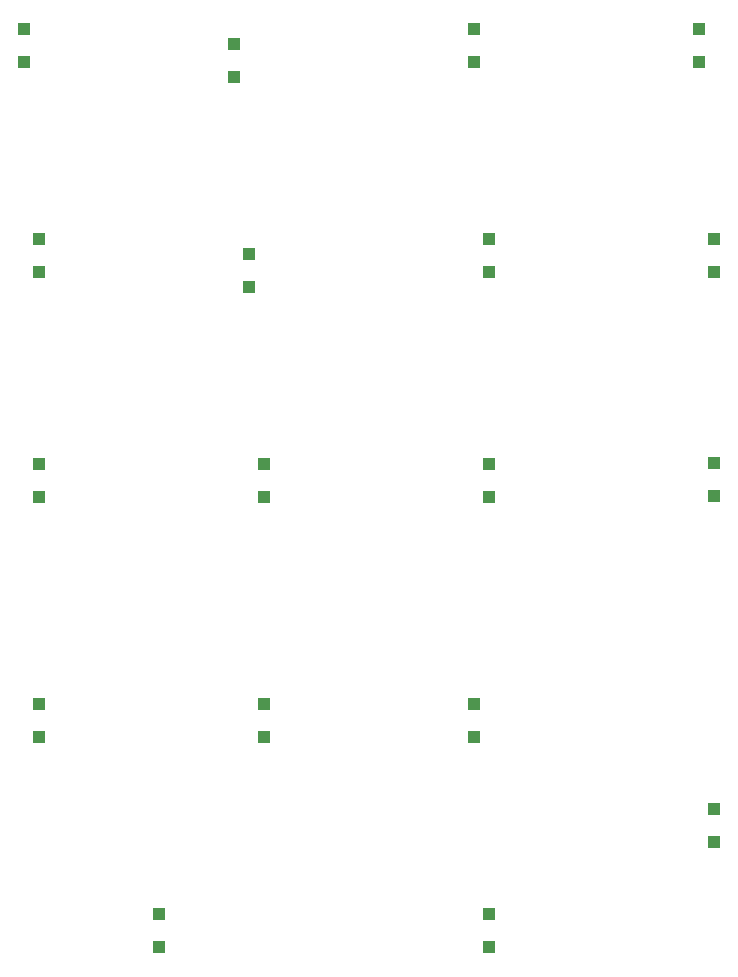
<source format=gbp>
%TF.GenerationSoftware,KiCad,Pcbnew,(6.0.0)*%
%TF.CreationDate,2022-03-13T19:29:42-04:00*%
%TF.ProjectId,numpad_pcb,6e756d70-6164-45f7-9063-622e6b696361,rev?*%
%TF.SameCoordinates,Original*%
%TF.FileFunction,Paste,Bot*%
%TF.FilePolarity,Positive*%
%FSLAX46Y46*%
G04 Gerber Fmt 4.6, Leading zero omitted, Abs format (unit mm)*
G04 Created by KiCad (PCBNEW (6.0.0)) date 2022-03-13 19:29:42*
%MOMM*%
%LPD*%
G01*
G04 APERTURE LIST*
%ADD10R,1.100000X1.100000*%
G04 APERTURE END LIST*
D10*
%TO.C,D3*%
X123190000Y-96650000D03*
X123190000Y-93850000D03*
%TD*%
%TO.C,D11*%
X161290000Y-77600000D03*
X161290000Y-74800000D03*
%TD*%
%TO.C,D16*%
X180340000Y-77600000D03*
X180340000Y-74800000D03*
%TD*%
%TO.C,D1*%
X121920000Y-59820000D03*
X121920000Y-57020000D03*
%TD*%
%TO.C,D18*%
X180340000Y-125860000D03*
X180340000Y-123060000D03*
%TD*%
%TO.C,D13*%
X160020000Y-116970000D03*
X160020000Y-114170000D03*
%TD*%
%TO.C,D4*%
X123190000Y-116970000D03*
X123190000Y-114170000D03*
%TD*%
%TO.C,D14*%
X161290000Y-134750000D03*
X161290000Y-131950000D03*
%TD*%
%TO.C,D10*%
X160020000Y-59820000D03*
X160020000Y-57020000D03*
%TD*%
%TO.C,D5*%
X133350000Y-134750000D03*
X133350000Y-131950000D03*
%TD*%
%TO.C,D6*%
X139700000Y-61090000D03*
X139700000Y-58290000D03*
%TD*%
%TO.C,D15*%
X179070000Y-59820000D03*
X179070000Y-57020000D03*
%TD*%
%TO.C,D12*%
X161290000Y-96650000D03*
X161290000Y-93850000D03*
%TD*%
%TO.C,D2*%
X123190000Y-77600000D03*
X123190000Y-74800000D03*
%TD*%
%TO.C,D8*%
X142240000Y-96650000D03*
X142240000Y-93850000D03*
%TD*%
%TO.C,D7*%
X140970000Y-78870000D03*
X140970000Y-76070000D03*
%TD*%
%TO.C,D9*%
X142240000Y-116970000D03*
X142240000Y-114170000D03*
%TD*%
%TO.C,D17*%
X180340000Y-96520000D03*
X180340000Y-93720000D03*
%TD*%
M02*

</source>
